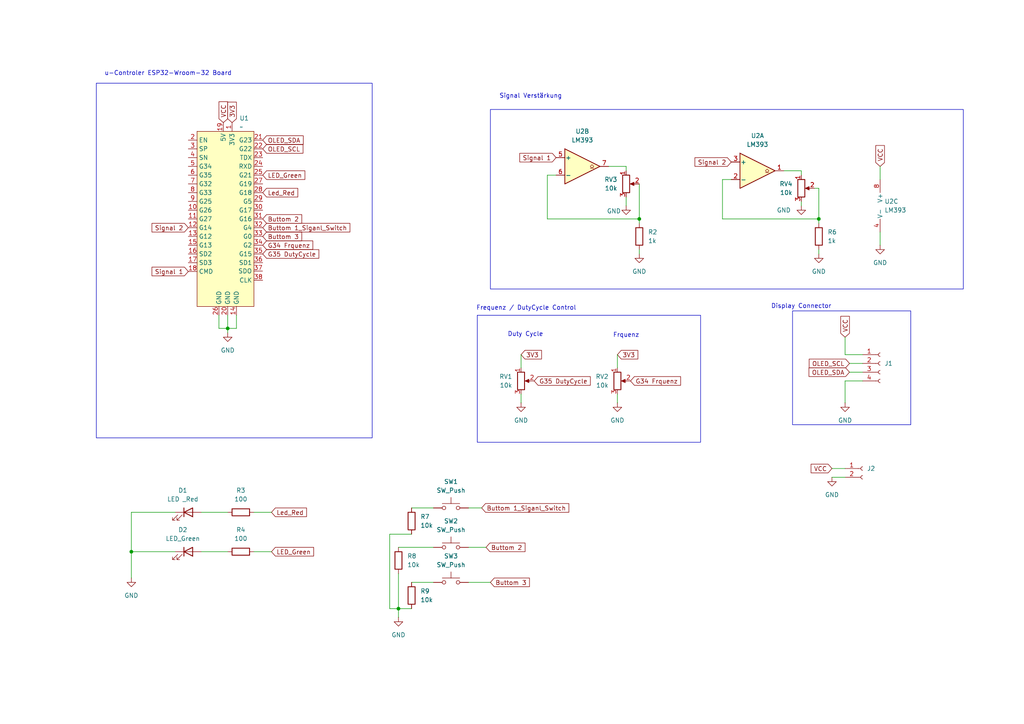
<source format=kicad_sch>
(kicad_sch (version 20250114) (generator "eeschema") (generator_version "9.0")
  (paper "A4")
  (lib_symbols
    (symbol "Amjad_Lib:ESP32_dev_Socke"
      (property "Reference" "U" (at -8.382 3.556 0))
      (symbol "ESP32_dev_Socke_1_1"
        (rectangle (start -8.89 0) (end 7.62 -50.8) (fill (type background)))
        (pin input line (at -11.43 -2.54 0) (length 2.54) (name "EN") (number "2"))
        (pin input line (at -11.43 -5.08 0) (length 2.54) (name "SP") (number "3"))
        (pin input line (at -11.43 -7.62 0) (length 2.54) (name "SN") (number "4"))
        (pin input line (at -11.43 -10.16 0) (length 2.54) (name "G34") (number "5"))
        (pin input line (at -11.43 -12.7 0) (length 2.54) (name "G35") (number "6"))
        (pin input line (at -11.43 -15.24 0) (length 2.54) (name "G32") (number "7"))
        (pin input line (at -11.43 -17.78 0) (length 2.54) (name "G33") (number "8"))
        (pin input line (at -11.43 -20.32 0) (length 2.54) (name "G25") (number "9"))
        (pin input line (at -11.43 -22.86 0) (length 2.54) (name "G26") (number "10"))
        (pin input line (at -11.43 -25.4 0) (length 2.54) (name "G27") (number "11"))
        (pin input line (at -11.43 -27.94 0) (length 2.54) (name "G14") (number "12"))
        (pin input line (at -11.43 -30.48 0) (length 2.54) (name "G12") (number "13"))
        (pin input line (at -11.43 -33.02 0) (length 2.54) (name "G13") (number "15"))
        (pin input line (at -11.43 -35.56 0) (length 2.54) (name "SD2") (number "16"))
        (pin input line (at -11.43 -38.1 0) (length 2.54) (name "SD3") (number "17"))
        (pin input line (at -11.43 -40.64 0) (length 2.54) (name "CMD") (number "18"))
        (pin bidirectional line (at -2.54 -53.34 90) (length 2.54) (name "GND") (number "26"))
        (pin bidirectional line (at -1.27 2.54 270) (length 2.54) (name "5V") (number "19"))
        (pin bidirectional line (at 0 -53.34 90) (length 2.54) (name "GND") (number "20"))
        (pin input line (at 1.27 2.54 270) (length 2.54) (name "3V3") (number "1"))
        (pin output line (at 2.54 -53.34 90) (length 2.54) (name "GND") (number "14"))
        (pin bidirectional line (at 10.115 -40.5244 180) (length 2.54) (name "SDO") (number "37"))
        (pin bidirectional line (at 10.16 -2.54 180) (length 2.54) (name "G23") (number "21"))
        (pin bidirectional line (at 10.16 -5.08 180) (length 2.54) (name "G22") (number "22"))
        (pin bidirectional line (at 10.16 -7.62 180) (length 2.54) (name "TDX") (number "23"))
        (pin bidirectional line (at 10.16 -10.16 180) (length 2.54) (name "RXD") (number "24"))
        (pin bidirectional line (at 10.16 -12.7 180) (length 2.54) (name "G21") (number "25"))
        (pin bidirectional line (at 10.16 -15.24 180) (length 2.54) (name "G19") (number "27"))
        (pin bidirectional line (at 10.16 -17.78 180) (length 2.54) (name "G18") (number "28"))
        (pin bidirectional line (at 10.16 -20.32 180) (length 2.54) (name "G5") (number "29"))
        (pin bidirectional line (at 10.16 -22.86 180) (length 2.54) (name "G17") (number "30"))
        (pin bidirectional line (at 10.16 -25.4 180) (length 2.54) (name "G16") (number "31"))
        (pin bidirectional line (at 10.16 -27.94 180) (length 2.54) (name "G4") (number "32"))
        (pin bidirectional line (at 10.16 -30.48 180) (length 2.54) (name "G0") (number "33"))
        (pin bidirectional line (at 10.16 -33.02 180) (length 2.54) (name "G2") (number "34"))
        (pin bidirectional line (at 10.16 -35.56 180) (length 2.54) (name "G15") (number "35"))
        (pin bidirectional line (at 10.16 -38.1 180) (length 2.54) (name "SD1") (number "36"))
        (pin bidirectional line (at 10.16 -43.18 180) (length 2.54) (name "CLK") (number "38"))
      )
    )
    (symbol "Comparator:LM393" (pin_names (offset 0.127))
      (property "Reference" "U" (at 3.81 3.81 0))
      (property "Value" "LM393" (at 6.35 -3.81 0))
      (symbol "LM393_1_1"
        (polyline (pts (xy -5.08 5.08) (xy 5.08 0) (xy -5.08 -5.08) (xy -5.08 5.08)) (stroke (width 0.254)) (fill (type background)))
        (polyline (pts (xy 3.302 -0.508) (xy 2.794 -0.508) (xy 3.302 0) (xy 2.794 0.508) (xy 2.286 0) (xy 2.794 -0.508) (xy 2.286 -0.508)) (stroke (width 0.127)))
        (pin input line (at -7.62 2.54 0) (length 2.54) (name "+") (number "3"))
        (pin input line (at -7.62 -2.54 0) (length 2.54) (name "-") (number "2"))
        (pin open_collector line (at 7.62 0 180) (length 2.54) (name "~") (number "1"))
      )
      (symbol "LM393_2_1"
        (polyline (pts (xy -5.08 5.08) (xy 5.08 0) (xy -5.08 -5.08) (xy -5.08 5.08)) (stroke (width 0.254)) (fill (type background)))
        (polyline (pts (xy 3.302 -0.508) (xy 2.794 -0.508) (xy 3.302 0) (xy 2.794 0.508) (xy 2.286 0) (xy 2.794 -0.508) (xy 2.286 -0.508)) (stroke (width 0.127)))
        (pin input line (at -7.62 2.54 0) (length 2.54) (name "+") (number "5"))
        (pin input line (at -7.62 -2.54 0) (length 2.54) (name "-") (number "6"))
        (pin open_collector line (at 7.62 0 180) (length 2.54) (name "~") (number "7"))
      )
      (symbol "LM393_3_1"
        (pin power_in line (at -2.54 7.62 270) (length 3.81) (name "V+") (number "8"))
        (pin power_in line (at -2.54 -7.62 90) (length 3.81) (name "V-") (number "4"))
      )
    )
    (symbol "Connector:Conn_01x02_Socket" (pin_names (offset 1.016) (hide yes))
      (property "Reference" "J" (at 0 2.54 0))
      (property "Value" "Conn_01x02_Socket" (at 0 -5.08 0))
      (symbol "Conn_01x02_Socket_1_1"
        (polyline (pts (xy -1.27 0) (xy -0.508 0)) (stroke (width 0.1524)))
        (polyline (pts (xy -1.27 -2.54) (xy -0.508 -2.54)) (stroke (width 0.1524)))
        (arc (start 0 -0.508) (mid -0.5058 0) (end 0 0.508) (stroke (width 0.1524)))
        (arc (start 0 -3.048) (mid -0.5058 -2.54) (end 0 -2.032) (stroke (width 0.1524)))
        (pin passive line (at -5.08 0 0) (length 3.81) (name "Pin_1") (number "1"))
        (pin passive line (at -5.08 -2.54 0) (length 3.81) (name "Pin_2") (number "2"))
      )
    )
    (symbol "Connector:Conn_01x04_Socket" (pin_names (offset 1.016) (hide yes))
      (property "Reference" "J" (at 0 5.08 0))
      (property "Value" "Conn_01x04_Socket" (at 0 -7.62 0))
      (symbol "Conn_01x04_Socket_1_1"
        (polyline (pts (xy -1.27 2.54) (xy -0.508 2.54)) (stroke (width 0.1524)))
        (polyline (pts (xy -1.27 0) (xy -0.508 0)) (stroke (width 0.1524)))
        (polyline (pts (xy -1.27 -2.54) (xy -0.508 -2.54)) (stroke (width 0.1524)))
        (polyline (pts (xy -1.27 -5.08) (xy -0.508 -5.08)) (stroke (width 0.1524)))
        (arc (start 0 2.032) (mid -0.5058 2.54) (end 0 3.048) (stroke (width 0.1524)))
        (arc (start 0 -0.508) (mid -0.5058 0) (end 0 0.508) (stroke (width 0.1524)))
        (arc (start 0 -3.048) (mid -0.5058 -2.54) (end 0 -2.032) (stroke (width 0.1524)))
        (arc (start 0 -5.588) (mid -0.5058 -5.08) (end 0 -4.572) (stroke (width 0.1524)))
        (pin passive line (at -5.08 2.54 0) (length 3.81) (name "Pin_1") (number "1"))
        (pin passive line (at -5.08 0 0) (length 3.81) (name "Pin_2") (number "2"))
        (pin passive line (at -5.08 -2.54 0) (length 3.81) (name "Pin_3") (number "3"))
        (pin passive line (at -5.08 -5.08 0) (length 3.81) (name "Pin_4") (number "4"))
      )
    )
    (symbol "Device:LED" (pin_numbers (hide yes)) (pin_names (offset 1.016) (hide yes))
      (property "Reference" "D" (at 0 2.54 0))
      (property "Value" "LED" (at 0 -2.54 0))
      (symbol "LED_0_1"
        (polyline (pts (xy -3.048 -0.762) (xy -4.572 -2.286) (xy -3.81 -2.286) (xy -4.572 -2.286) (xy -4.572 -1.524)))
        (polyline (pts (xy -1.778 -0.762) (xy -3.302 -2.286) (xy -2.54 -2.286) (xy -3.302 -2.286) (xy -3.302 -1.524)))
        (polyline (pts (xy -1.27 0) (xy 1.27 0)))
        (polyline (pts (xy -1.27 -1.27) (xy -1.27 1.27)) (stroke (width 0.254)))
        (polyline (pts (xy 1.27 -1.27) (xy 1.27 1.27) (xy -1.27 0) (xy 1.27 -1.27)) (stroke (width 0.254)))
      )
      (symbol "LED_1_1"
        (pin passive line (at -3.81 0 0) (length 2.54) (name "K") (number "1"))
        (pin passive line (at 3.81 0 180) (length 2.54) (name "A") (number "2"))
      )
    )
    (symbol "Device:R" (pin_numbers (hide yes)) (pin_names (offset 0))
      (property "Reference" "R" (at 2.032 0 90))
      (property "Value" "R" (at 0 0 90))
      (symbol "R_0_1"
        (rectangle (start -1.016 -2.54) (end 1.016 2.54) (stroke (width 0.254)))
      )
      (symbol "R_1_1"
        (pin passive line (at 0 3.81 270) (length 1.27) (name "~") (number "1"))
        (pin passive line (at 0 -3.81 90) (length 1.27) (name "~") (number "2"))
      )
    )
    (symbol "Device:R_Potentiometer" (pin_names (offset 1.016) (hide yes))
      (property "Reference" "RV" (at -4.445 0 90))
      (property "Value" "R_Potentiometer" (at -2.54 0 90))
      (symbol "R_Potentiometer_0_1"
        (rectangle (start 1.016 2.54) (end -1.016 -2.54) (stroke (width 0.254)))
        (polyline (pts (xy 1.143 0) (xy 2.286 0.508) (xy 2.286 -0.508) (xy 1.143 0)) (fill (type outline)))
        (polyline (pts (xy 2.54 0) (xy 1.524 0)))
      )
      (symbol "R_Potentiometer_1_1"
        (pin passive line (at 0 3.81 270) (length 1.27) (name "1") (number "1"))
        (pin passive line (at 0 -3.81 90) (length 1.27) (name "3") (number "3"))
        (pin passive line (at 3.81 0 180) (length 1.27) (name "2") (number "2"))
      )
    )
    (symbol "Switch:SW_Push" (pin_numbers (hide yes)) (pin_names (offset 1.016) (hide yes))
      (property "Reference" "SW" (at 1.27 2.54 0))
      (property "Value" "SW_Push" (at 0 -1.524 0))
      (symbol "SW_Push_0_1"
        (circle (center -2.032 0) (radius 0.508))
        (polyline (pts (xy 0 1.27) (xy 0 3.048)))
        (circle (center 2.032 0) (radius 0.508))
        (polyline (pts (xy 2.54 1.27) (xy -2.54 1.27)))
        (pin passive line (at -5.08 0 0) (length 2.54) (name "1") (number "1"))
        (pin passive line (at 5.08 0 180) (length 2.54) (name "2") (number "2"))
      )
    )
    (symbol "power:GND" (power) (pin_numbers (hide yes)) (pin_names (offset 0) (hide yes))
      (property "Value" "GND" (at 0 -3.81 0))
      (symbol "GND_0_1"
        (polyline (pts (xy 0 0) (xy 0 -1.27) (xy 1.27 -1.27) (xy 0 -2.54) (xy -1.27 -1.27) (xy 0 -1.27)))
      )
      (symbol "GND_1_1"
        (pin power_in line (at 0 0 270) (length 0) (name "~") (number "1"))
      )
    )
  )
  (rectangle (start 142.24 31.75) (end 279.4 83.82))
  (rectangle (start 138.43 91.44) (end 203.2 128.27))
  (rectangle (start 27.94 24.13) (end 107.95 127))
  (text "u-Controler ESP32-Wroom-32 Board" (at 48.768 21.336 0) (effects (font (size 1.27 1.27))))
  (text "Signal Verstärkung\n" (at 153.924 27.94 0) (effects (font (size 1.27 1.27))))
  (text "Frequenz / DutyCycle Control" (at 152.654 89.408 0) (effects (font (size 1.27 1.27))))
  (text "Display Connector\n" (at 232.41 88.9 0) (effects (font (size 1.27 1.27))))
  (text "Frquenz\n" (at 181.61 97.282 0) (effects (font (size 1.27 1.27))))
  (text "Duty Cycle\n" (at 152.4 97.028 0) (effects (font (size 1.27 1.27))))
  (text_box "" (at 229.87 90.17 0) (size 34.29 33.02) (margins 0.9525 0.9525 0.9525 0.9525) (effects (font (size 1.27 1.27)) (justify left top)))
  (junction (at 38.1 160.02))
  (junction (at 237.49 63.5))
  (junction (at 185.42 63.5))
  (junction (at 66.04 95.25))
  (junction (at 115.57 176.53))
  (wire (pts (xy 237.49 72.39) (xy 237.49 73.66)))
  (wire (pts (xy 68.58 95.25) (xy 66.04 95.25)))
  (wire (pts (xy 73.66 160.02) (xy 78.74 160.02)))
  (wire (pts (xy 113.03 154.94) (xy 113.03 176.53)))
  (wire (pts (xy 237.49 64.77) (xy 237.49 63.5)))
  (wire (pts (xy 135.89 168.91) (xy 142.24 168.91)))
  (wire (pts (xy 245.11 110.49) (xy 245.11 116.84)))
  (wire (pts (xy 115.57 166.37) (xy 115.57 176.53)))
  (wire (pts (xy 158.75 50.8) (xy 158.75 63.5)))
  (wire (pts (xy 38.1 160.02) (xy 38.1 167.64)))
  (wire (pts (xy 113.03 176.53) (xy 115.57 176.53)))
  (wire (pts (xy 119.38 154.94) (xy 113.03 154.94)))
  (wire (pts (xy 241.3 138.43) (xy 245.11 138.43)))
  (wire (pts (xy 50.8 160.02) (xy 38.1 160.02)))
  (wire (pts (xy 209.55 63.5) (xy 237.49 63.5)))
  (wire (pts (xy 115.57 176.53) (xy 115.57 179.07)))
  (wire (pts (xy 185.42 63.5) (xy 185.42 64.77)))
  (wire (pts (xy 119.38 176.53) (xy 115.57 176.53)))
  (wire (pts (xy 119.38 168.91) (xy 125.73 168.91)))
  (wire (pts (xy 237.49 54.61) (xy 237.49 63.5)))
  (wire (pts (xy 66.04 95.25) (xy 66.04 96.52)))
  (wire (pts (xy 245.11 97.79) (xy 245.11 102.87)))
  (wire (pts (xy 158.75 50.8) (xy 161.29 50.8)))
  (wire (pts (xy 63.5 95.25) (xy 66.04 95.25)))
  (wire (pts (xy 63.5 91.44) (xy 63.5 95.25)))
  (wire (pts (xy 232.41 58.42) (xy 232.41 59.69)))
  (wire (pts (xy 151.13 102.87) (xy 151.13 106.68)))
  (wire (pts (xy 185.42 53.34) (xy 185.42 63.5)))
  (wire (pts (xy 181.61 57.15) (xy 181.61 59.69)))
  (wire (pts (xy 179.07 102.87) (xy 179.07 106.68)))
  (wire (pts (xy 135.89 147.32) (xy 139.7 147.32)))
  (wire (pts (xy 185.42 72.39) (xy 185.42 73.66)))
  (wire (pts (xy 151.13 114.3) (xy 151.13 116.84)))
  (wire (pts (xy 237.49 54.61) (xy 236.22 54.61)))
  (wire (pts (xy 181.61 48.26) (xy 181.61 49.53)))
  (wire (pts (xy 209.55 52.07) (xy 212.09 52.07)))
  (wire (pts (xy 176.53 48.26) (xy 181.61 48.26)))
  (wire (pts (xy 158.75 63.5) (xy 185.42 63.5)))
  (wire (pts (xy 73.66 148.59) (xy 78.74 148.59)))
  (wire (pts (xy 250.19 110.49) (xy 245.11 110.49)))
  (wire (pts (xy 66.04 91.44) (xy 66.04 95.25)))
  (wire (pts (xy 255.27 48.26) (xy 255.27 52.07)))
  (wire (pts (xy 232.41 50.8) (xy 232.41 49.53)))
  (wire (pts (xy 135.89 158.75) (xy 140.97 158.75)))
  (wire (pts (xy 250.19 102.87) (xy 245.11 102.87)))
  (wire (pts (xy 68.58 91.44) (xy 68.58 95.25)))
  (wire (pts (xy 58.42 160.02) (xy 66.04 160.02)))
  (wire (pts (xy 179.07 114.3) (xy 179.07 116.84)))
  (wire (pts (xy 227.33 49.53) (xy 232.41 49.53)))
  (wire (pts (xy 115.57 158.75) (xy 125.73 158.75)))
  (wire (pts (xy 241.3 135.89) (xy 245.11 135.89)))
  (wire (pts (xy 246.38 105.41) (xy 250.19 105.41)))
  (wire (pts (xy 209.55 52.07) (xy 209.55 63.5)))
  (wire (pts (xy 119.38 147.32) (xy 125.73 147.32)))
  (wire (pts (xy 58.42 148.59) (xy 66.04 148.59)))
  (wire (pts (xy 246.38 107.95) (xy 250.19 107.95)))
  (wire (pts (xy 50.8 148.59) (xy 38.1 148.59)))
  (wire (pts (xy 255.27 67.31) (xy 255.27 71.12)))
  (wire (pts (xy 38.1 148.59) (xy 38.1 160.02)))
  (global_label "G35 DutyCycle" (shape input) (at 154.94 110.49 0) (property "Intersheetrefs" "${INTERSHEET_REFS}" (effects (hide yes))))
  (global_label "3V3" (shape input) (at 151.13 102.87 0) (property "Intersheetrefs" "${INTERSHEET_REFS}" (effects (hide yes))))
  (global_label "Buttom 2" (shape input) (at 140.97 158.75 0) (property "Intersheetrefs" "${INTERSHEET_REFS}" (effects (hide yes))))
  (global_label "OLED_SDA" (shape input) (at 246.38 107.95 180) (property "Intersheetrefs" "${INTERSHEET_REFS}" (effects (hide yes))))
  (global_label "G34 Frquenz" (shape input) (at 76.2 71.12 0) (property "Intersheetrefs" "${INTERSHEET_REFS}" (effects (hide yes))))
  (global_label "VCC" (shape input) (at 241.3 135.89 180) (property "Intersheetrefs" "${INTERSHEET_REFS}" (effects (hide yes))))
  (global_label "G35 DutyCycle" (shape input) (at 76.2 73.66 0) (property "Intersheetrefs" "${INTERSHEET_REFS}" (effects (hide yes))))
  (global_label "OLED_SDA" (shape input) (at 76.2 40.64 0) (property "Intersheetrefs" "${INTERSHEET_REFS}" (effects (hide yes))))
  (global_label "Signal 2" (shape input) (at 54.61 66.04 180) (property "Intersheetrefs" "${INTERSHEET_REFS}" (effects (hide yes))))
  (global_label "G34 Frquenz" (shape input) (at 182.88 110.49 0) (property "Intersheetrefs" "${INTERSHEET_REFS}" (effects (hide yes))))
  (global_label "VCC" (shape input) (at 255.27 48.26 90) (property "Intersheetrefs" "${INTERSHEET_REFS}" (effects (hide yes))))
  (global_label "Buttom 3" (shape input) (at 76.2 68.58 0) (property "Intersheetrefs" "${INTERSHEET_REFS}" (effects (hide yes))))
  (global_label "LED_Green" (shape input) (at 78.74 160.02 0) (property "Intersheetrefs" "${INTERSHEET_REFS}" (effects (hide yes))))
  (global_label "Buttom 3" (shape input) (at 142.24 168.91 0) (property "Intersheetrefs" "${INTERSHEET_REFS}" (effects (hide yes))))
  (global_label "3V3" (shape input) (at 179.07 102.87 0) (property "Intersheetrefs" "${INTERSHEET_REFS}" (effects (hide yes))))
  (global_label "Signal 1" (shape input) (at 54.61 78.74 180) (property "Intersheetrefs" "${INTERSHEET_REFS}" (effects (hide yes))))
  (global_label "OLED_SCL" (shape input) (at 246.38 105.41 180) (property "Intersheetrefs" "${INTERSHEET_REFS}" (effects (hide yes))))
  (global_label "3V3" (shape input) (at 67.31 35.56 90) (property "Intersheetrefs" "${INTERSHEET_REFS}" (effects (hide yes))))
  (global_label "Led_Red" (shape input) (at 78.74 148.59 0) (property "Intersheetrefs" "${INTERSHEET_REFS}" (effects (hide yes))))
  (global_label "LED_Green" (shape input) (at 76.2 50.8 0) (property "Intersheetrefs" "${INTERSHEET_REFS}" (effects (hide yes))))
  (global_label "OLED_SCL" (shape input) (at 76.2 43.18 0) (property "Intersheetrefs" "${INTERSHEET_REFS}" (effects (hide yes))))
  (global_label "VCC" (shape input) (at 245.11 97.79 90) (property "Intersheetrefs" "${INTERSHEET_REFS}" (effects (hide yes))))
  (global_label "Buttom 2" (shape input) (at 76.2 63.5 0) (property "Intersheetrefs" "${INTERSHEET_REFS}" (effects (hide yes))))
  (global_label "Buttom 1_Siganl_Switch" (shape input) (at 76.2 66.04 0) (property "Intersheetrefs" "${INTERSHEET_REFS}" (effects (hide yes))))
  (global_label "Buttom 1_Siganl_Switch" (shape input) (at 139.7 147.32 0) (property "Intersheetrefs" "${INTERSHEET_REFS}" (effects (hide yes))))
  (global_label "Led_Red" (shape input) (at 76.2 55.88 0) (property "Intersheetrefs" "${INTERSHEET_REFS}" (effects (hide yes))))
  (global_label "Signal 1" (shape input) (at 161.29 45.72 180) (property "Intersheetrefs" "${INTERSHEET_REFS}" (effects (hide yes))))
  (global_label "Signal 2" (shape input) (at 212.09 46.99 180) (property "Intersheetrefs" "${INTERSHEET_REFS}" (effects (hide yes))))
  (global_label "VCC" (shape input) (at 64.77 35.56 90) (property "Intersheetrefs" "${INTERSHEET_REFS}" (effects (hide yes))))
  (symbol (lib_id "power:GND") (at 151.13 116.84 0) (unit 1)
    (property "Reference" "#PWR02" (effects (hide yes)))
    (property "Value" "GND" (at 151.13 121.92 0))
    (property "Description" "Power symbol creates a global label with name \"GND\" , ground" (effects (hide yes)))
  )
  (symbol (lib_id "Device:R") (at 119.38 151.13 0) (unit 1)
    (property "Reference" "R7" (at 121.92 149.8599 0) (effects (justify left)))
    (property "Value" "10k" (at 121.92 152.3999 0) (effects (justify left)))
    (property "Footprint" "Resistor_SMD:R_1206_3216Metric" (effects (hide yes)))
    (property "Description" "Resistor" (effects (hide yes)))
  )
  (symbol (lib_id "Device:R") (at 69.85 160.02 90) (unit 1)
    (property "Reference" "R4" (at 69.85 153.67 90))
    (property "Value" "100" (at 69.85 156.21 90))
    (property "Footprint" "Resistor_SMD:R_1206_3216Metric" (effects (hide yes)))
    (property "Description" "Resistor" (effects (hide yes)))
  )
  (symbol (lib_id "Device:LED") (at 54.61 160.02 0) (unit 1)
    (property "Reference" "D2" (at 53.0225 153.67 0))
    (property "Value" "LED_Green" (at 53.0225 156.21 0))
    (property "Footprint" "Diode_SMD:D_1206_3216Metric" (effects (hide yes)))
    (property "Description" "Light emitting diode" (effects (hide yes)))
    (property "Sim.Pins" "1=K 2=A" (effects (hide yes)))
  )
  (symbol (lib_id "Device:R") (at 119.38 172.72 0) (unit 1)
    (property "Reference" "R9" (at 121.92 171.4499 0) (effects (justify left)))
    (property "Value" "10k" (at 121.92 173.9899 0) (effects (justify left)))
    (property "Footprint" "Resistor_SMD:R_1206_3216Metric" (effects (hide yes)))
    (property "Description" "Resistor" (effects (hide yes)))
  )
  (symbol (lib_id "Device:R") (at 69.85 148.59 90) (unit 1)
    (property "Reference" "R3" (at 69.85 142.24 90))
    (property "Value" "100" (at 69.85 144.78 90))
    (property "Footprint" "Resistor_SMD:R_1206_3216Metric" (effects (hide yes)))
    (property "Description" "Resistor" (effects (hide yes)))
  )
  (symbol (lib_id "Comparator:LM393") (at 219.71 49.53 0) (unit 1)
    (property "Reference" "U2" (at 219.71 39.37 0))
    (property "Value" "LM393" (at 219.71 41.91 0))
    (property "Footprint" "Package_DIP:DIP-8_W7.62mm" (effects (hide yes)))
    (property "Datasheet" "http://www.ti.com/lit/ds/symlink/lm393.pdf" (effects (hide yes)))
    (property "Description" "Low-Power, Low-Offset Voltage, Dual Comparators, DIP-8/SOIC-8/TO-99-8" (effects (hide yes)))
  )
  (symbol (lib_id "power:GND") (at 181.61 59.69 0) (unit 1)
    (property "Reference" "#PWR012" (effects (hide yes)))
    (property "Value" "GND" (at 178.054 61.214 0))
    (property "Description" "Power symbol creates a global label with name \"GND\" , ground" (effects (hide yes)))
  )
  (symbol (lib_id "Device:LED") (at 54.61 148.59 0) (unit 1)
    (property "Reference" "D1" (at 53.0225 142.24 0))
    (property "Value" "LED _Red" (at 53.0225 144.78 0))
    (property "Footprint" "Diode_SMD:D_1206_3216Metric" (effects (hide yes)))
    (property "Description" "Light emitting diode" (effects (hide yes)))
    (property "Sim.Pins" "1=K 2=A" (effects (hide yes)))
  )
  (symbol (lib_id "Device:R") (at 237.49 68.58 180) (unit 1)
    (property "Reference" "R6" (at 240.03 67.3099 0) (effects (justify right)))
    (property "Value" "1k" (at 240.03 69.8499 0) (effects (justify right)))
    (property "Footprint" "Resistor_SMD:R_1206_3216Metric" (effects (hide yes)))
    (property "Description" "Resistor" (effects (hide yes)))
  )
  (symbol (lib_id "Device:R") (at 115.57 162.56 0) (unit 1)
    (property "Reference" "R8" (at 118.11 161.2899 0) (effects (justify left)))
    (property "Value" "10k" (at 118.11 163.8299 0) (effects (justify left)))
    (property "Footprint" "Resistor_SMD:R_1206_3216Metric" (effects (hide yes)))
    (property "Description" "Resistor" (effects (hide yes)))
  )
  (symbol (lib_id "Switch:SW_Push") (at 130.81 168.91 0) (unit 1)
    (property "Reference" "SW3" (at 130.81 161.29 0))
    (property "Value" "SW_Push" (at 130.81 163.83 0))
    (property "Footprint" "Button_Switch_THT:SW_PUSH-12mm" (effects (hide yes)))
    (property "Description" "Push button switch, generic, two pins" (effects (hide yes)))
  )
  (symbol (lib_id "Comparator:LM393") (at 257.81 59.69 0) (unit 3)
    (property "Reference" "U2" (at 256.54 58.4199 0) (effects (justify left)))
    (property "Value" "LM393" (at 256.54 60.9599 0) (effects (justify left)))
    (property "Footprint" "Package_DIP:DIP-8_W7.62mm" (effects (hide yes)))
    (property "Datasheet" "http://www.ti.com/lit/ds/symlink/lm393.pdf" (effects (hide yes)))
    (property "Description" "Low-Power, Low-Offset Voltage, Dual Comparators, DIP-8/SOIC-8/TO-99-8" (effects (hide yes)))
  )
  (symbol (lib_id "power:GND") (at 115.57 179.07 0) (unit 1)
    (property "Reference" "#PWR08" (effects (hide yes)))
    (property "Value" "GND" (at 115.57 184.15 0))
    (property "Description" "Power symbol creates a global label with name \"GND\" , ground" (effects (hide yes)))
  )
  (symbol (lib_id "Device:R_Potentiometer") (at 151.13 110.49 0) (unit 1)
    (property "Reference" "RV1" (at 148.59 109.2199 0) (effects (justify right)))
    (property "Value" "10k" (at 148.59 111.7599 0) (effects (justify right)))
    (property "Footprint" "Potentiometer_THT:Potentiometer_Alps_RK163_Single_Horizontal" (effects (hide yes)))
    (property "Description" "Potentiometer" (effects (hide yes)))
  )
  (symbol (lib_id "Switch:SW_Push") (at 130.81 147.32 0) (unit 1)
    (property "Reference" "SW1" (at 130.81 139.7 0))
    (property "Value" "SW_Push" (at 130.81 142.24 0))
    (property "Footprint" "Button_Switch_THT:SW_PUSH-12mm" (effects (hide yes)))
    (property "Description" "Push button switch, generic, two pins" (effects (hide yes)))
  )
  (symbol (lib_id "Connector:Conn_01x04_Socket") (at 255.27 105.41 0) (unit 1)
    (property "Reference" "J1" (at 256.54 105.4099 0) (effects (justify left)))
    (property "Value" "Conn_01x04_Socket" (effects (hide yes)))
    (property "Footprint" "Connector_PinSocket_2.54mm:PinSocket_1x04_P2.54mm_Vertical" (effects (hide yes)))
    (property "Description" "Generic connector, single row, 01x04, script generated" (effects (hide yes)))
  )
  (symbol (lib_id "Device:R_Potentiometer") (at 179.07 110.49 0) (unit 1)
    (property "Reference" "RV2" (at 176.53 109.2199 0) (effects (justify right)))
    (property "Value" "10k" (at 176.53 111.7599 0) (effects (justify right)))
    (property "Footprint" "Potentiometer_THT:Potentiometer_Alps_RK163_Single_Horizontal" (effects (hide yes)))
    (property "Description" "Potentiometer" (effects (hide yes)))
  )
  (symbol (lib_id "Amjad_Lib:ESP32_dev_Socke") (at 66.04 38.1 0) (unit 1)
    (property "Reference" "U1" (at 69.4533 34.29 0) (effects (justify left)))
    (property "Value" "~" (at 69.4533 36.83 0) (effects (justify left)))
    (property "Footprint" "Library_Amjad:ESP_32_socket" (effects (hide yes)))
  )
  (symbol (lib_id "power:GND") (at 38.1 167.64 0) (unit 1)
    (property "Reference" "#PWR07" (effects (hide yes)))
    (property "Value" "GND" (at 38.1 172.72 0))
    (property "Description" "Power symbol creates a global label with name \"GND\" , ground" (effects (hide yes)))
  )
  (symbol (lib_id "Connector:Conn_01x02_Socket") (at 250.19 135.89 0) (unit 1)
    (property "Reference" "J2" (at 251.46 135.8899 0) (effects (justify left)))
    (property "Value" "Conn_01x02_Socket" (effects (hide yes)))
    (property "Footprint" "Connector_PinSocket_2.54mm:PinSocket_1x02_P2.54mm_Vertical" (effects (hide yes)))
    (property "Description" "Generic connector, single row, 01x02, script generated" (effects (hide yes)))
  )
  (symbol (lib_id "Device:R") (at 185.42 68.58 180) (unit 1)
    (property "Reference" "R2" (at 187.96 67.3099 0) (effects (justify right)))
    (property "Value" "1k" (at 187.96 69.8499 0) (effects (justify right)))
    (property "Footprint" "Resistor_SMD:R_1206_3216Metric" (effects (hide yes)))
    (property "Description" "Resistor" (effects (hide yes)))
  )
  (symbol (lib_id "Device:R_Potentiometer") (at 181.61 53.34 0) (unit 1)
    (property "Reference" "RV3" (at 179.07 52.0699 0) (effects (justify right)))
    (property "Value" "10k" (at 179.07 54.6099 0) (effects (justify right)))
    (property "Footprint" "Potentiometer_THT:Potentiometer_Alps_RK163_Single_Horizontal" (effects (hide yes)))
    (property "Description" "Potentiometer" (effects (hide yes)))
  )
  (symbol (lib_id "Switch:SW_Push") (at 130.81 158.75 0) (unit 1)
    (property "Reference" "SW2" (at 130.81 151.13 0))
    (property "Value" "SW_Push" (at 130.81 153.67 0))
    (property "Footprint" "Button_Switch_THT:SW_PUSH-12mm" (effects (hide yes)))
    (property "Description" "Push button switch, generic, two pins" (effects (hide yes)))
  )
  (symbol (lib_id "Comparator:LM393") (at 168.91 48.26 0) (unit 2)
    (property "Reference" "U2" (at 168.91 38.1 0))
    (property "Value" "LM393" (at 168.91 40.64 0))
    (property "Footprint" "Package_DIP:DIP-8_W7.62mm" (effects (hide yes)))
    (property "Datasheet" "http://www.ti.com/lit/ds/symlink/lm393.pdf" (effects (hide yes)))
    (property "Description" "Low-Power, Low-Offset Voltage, Dual Comparators, DIP-8/SOIC-8/TO-99-8" (effects (hide yes)))
  )
  (symbol (lib_id "power:GND") (at 179.07 116.84 0) (unit 1)
    (property "Reference" "#PWR04" (effects (hide yes)))
    (property "Value" "GND" (at 179.07 121.92 0))
    (property "Description" "Power symbol creates a global label with name \"GND\" , ground" (effects (hide yes)))
  )
  (symbol (lib_id "Device:R_Potentiometer") (at 232.41 54.61 0) (unit 1)
    (property "Reference" "RV4" (at 229.87 53.3399 0) (effects (justify right)))
    (property "Value" "10k" (at 229.87 55.8799 0) (effects (justify right)))
    (property "Footprint" "Potentiometer_THT:Potentiometer_Alps_RK163_Single_Horizontal" (effects (hide yes)))
    (property "Description" "Potentiometer" (effects (hide yes)))
  )
  (symbol (lib_id "power:GND") (at 185.42 73.66 0) (unit 1)
    (property "Reference" "#PWR011" (effects (hide yes)))
    (property "Value" "GND" (at 185.42 78.74 0))
    (property "Description" "Power symbol creates a global label with name \"GND\" , ground" (effects (hide yes)))
  )
  (symbol (lib_id "power:GND") (at 245.11 116.84 0) (unit 1)
    (property "Reference" "#PWR09" (effects (hide yes)))
    (property "Value" "GND" (at 245.11 121.92 0))
    (property "Description" "Power symbol creates a global label with name \"GND\" , ground" (effects (hide yes)))
  )
  (symbol (lib_id "power:GND") (at 237.49 73.66 0) (unit 1)
    (property "Reference" "#PWR03" (effects (hide yes)))
    (property "Value" "GND" (at 237.49 78.74 0))
    (property "Description" "Power symbol creates a global label with name \"GND\" , ground" (effects (hide yes)))
  )
  (symbol (lib_id "power:GND") (at 232.41 59.69 0) (unit 1)
    (property "Reference" "#PWR013" (effects (hide yes)))
    (property "Value" "GND" (at 227.33 60.96 0))
    (property "Description" "Power symbol creates a global label with name \"GND\" , ground" (effects (hide yes)))
  )
  (symbol (lib_id "power:GND") (at 66.04 96.52 0) (unit 1)
    (property "Reference" "#PWR06" (effects (hide yes)))
    (property "Value" "GND" (at 66.04 101.6 0))
    (property "Description" "Power symbol creates a global label with name \"GND\" , ground" (effects (hide yes)))
  )
  (symbol (lib_id "power:GND") (at 241.3 138.43 0) (unit 1)
    (property "Reference" "#PWR010" (effects (hide yes)))
    (property "Value" "GND" (at 241.3 143.51 0))
    (property "Description" "Power symbol creates a global label with name \"GND\" , ground" (effects (hide yes)))
  )
  (symbol (lib_id "power:GND") (at 255.27 71.12 0) (unit 1)
    (property "Reference" "#PWR05" (effects (hide yes)))
    (property "Value" "GND" (at 255.27 76.2 0))
    (property "Description" "Power symbol creates a global label with name \"GND\" , ground" (effects (hide yes)))
  )
)
</source>
